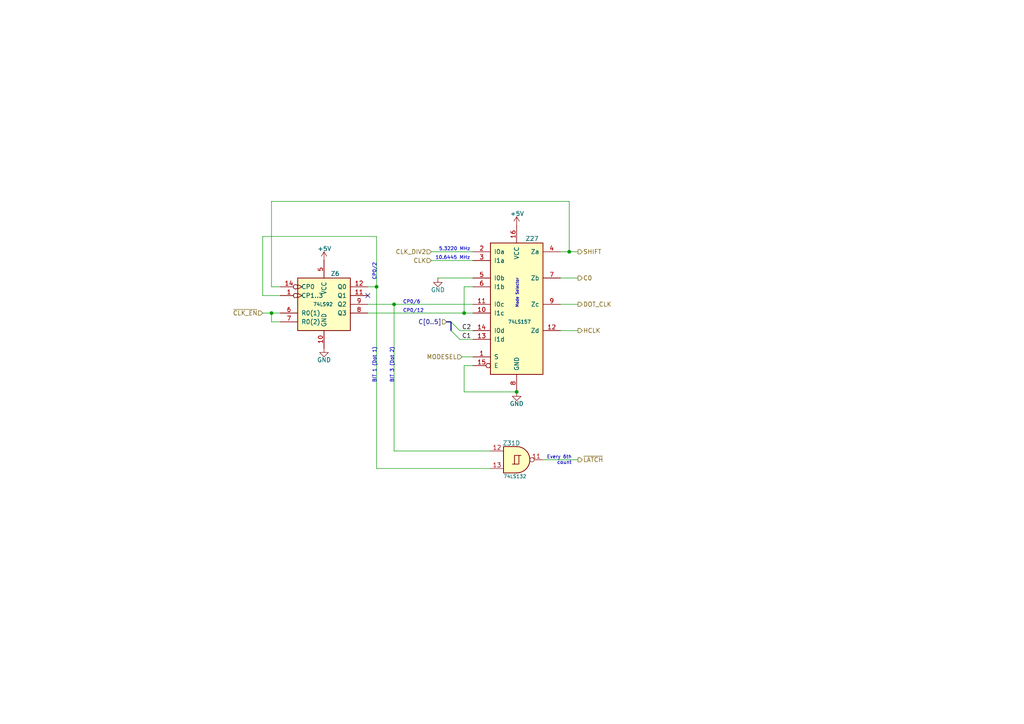
<source format=kicad_sch>
(kicad_sch (version 20250114) (generator "eeschema") (generator_version "9.0")
  (paper "A4")
  (title_block (title "TRS-80 Model I Rev HE11E011520") (date "2025-06-14") (rev "E1A") (company "RetroStack - Marcel Erz") (comment 2 "Defines dot-rate per video mode") (comment 4 "Video Mode"))
  (lib_symbols
    (symbol "74xx:74LS132" (pin_names (offset 1.016))
      (property "Reference" "U" (at 0 1.27 0))
      (property "Value" "74LS132" (at 0 -1.27 0))
      (symbol "74LS132_1_0"
        (polyline (pts (xy -1.27 -1.27) (xy 0.635 -1.27) (xy 0.635 1.27) (xy 1.27 1.27)))
        (polyline (pts (xy -1.27 -1.27) (xy 0.635 -1.27) (xy 0.635 1.27) (xy 1.27 1.27)))
        (polyline (pts (xy -0.635 -1.27) (xy -0.635 1.27) (xy 0.635 1.27)))
        (polyline (pts (xy -0.635 -1.27) (xy -0.635 1.27) (xy 0.635 1.27)))
      )
      (symbol "74LS132_1_1"
        (arc (start 0 3.81) (mid 3.7934 0) (end 0 -3.81) (stroke (width 0.254)) (fill (type background)))
        (polyline (pts (xy 0 3.81) (xy -3.81 3.81) (xy -3.81 -3.81) (xy 0 -3.81)) (stroke (width 0.254)) (fill (type background)))
        (pin input line (at -7.62 2.54 0) (length 3.81) (name "~") (number "1"))
        (pin input line (at -7.62 -2.54 0) (length 3.81) (name "~") (number "2"))
        (pin output inverted (at 7.62 0 180) (length 3.81) (name "~") (number "3"))
      )
      (symbol "74LS132_1_2"
        (arc (start -3.81 3.81) (mid -2.589 0) (end -3.81 -3.81) (stroke (width 0.254)))
        (polyline (pts (xy -3.81 3.81) (xy -0.635 3.81)) (stroke (width 0.254)) (fill (type background)))
        (polyline (pts (xy -3.81 -3.81) (xy -0.635 -3.81)) (stroke (width 0.254)) (fill (type background)))
        (arc (start 3.81 0) (mid 2.1855 -2.584) (end -0.6096 -3.81) (stroke (width 0.254)) (fill (type background)))
        (arc (start -0.6096 3.81) (mid 2.1928 2.5924) (end 3.81 0) (stroke (width 0.254)) (fill (type background)))
        (polyline (pts (xy -0.635 3.81) (xy -3.81 3.81) (xy -3.81 3.81) (xy -3.556 3.4036) (xy -3.0226 2.2606) (xy -2.6924 1.0414) (xy -2.6162 -0.254) (xy -2.7686 -1.4986) (xy -3.175 -2.7178) (xy -3.81 -3.81) (xy -3.81 -3.81) (xy -0.635 -3.81)) (stroke (width -25.4)) (fill (type background)))
        (pin input inverted (at -7.62 2.54 0) (length 4.318) (name "~") (number "1"))
        (pin input inverted (at -7.62 -2.54 0) (length 4.318) (name "~") (number "2"))
        (pin output line (at 7.62 0 180) (length 3.81) (name "~") (number "3"))
      )
      (symbol "74LS132_2_0"
        (polyline (pts (xy -1.27 -1.27) (xy 0.635 -1.27) (xy 0.635 1.27) (xy 1.27 1.27)))
        (polyline (pts (xy -1.27 -1.27) (xy 0.635 -1.27) (xy 0.635 1.27) (xy 1.27 1.27)))
        (polyline (pts (xy -0.635 -1.27) (xy -0.635 1.27) (xy 0.635 1.27)))
        (polyline (pts (xy -0.635 -1.27) (xy -0.635 1.27) (xy 0.635 1.27)))
      )
      (symbol "74LS132_2_1"
        (arc (start 0 3.81) (mid 3.7934 0) (end 0 -3.81) (stroke (width 0.254)) (fill (type background)))
        (polyline (pts (xy 0 3.81) (xy -3.81 3.81) (xy -3.81 -3.81) (xy 0 -3.81)) (stroke (width 0.254)) (fill (type background)))
        (pin input line (at -7.62 2.54 0) (length 3.81) (name "~") (number "4"))
        (pin input line (at -7.62 -2.54 0) (length 3.81) (name "~") (number "5"))
        (pin output inverted (at 7.62 0 180) (length 3.81) (name "~") (number "6"))
      )
      (symbol "74LS132_2_2"
        (arc (start -3.81 3.81) (mid -2.589 0) (end -3.81 -3.81) (stroke (width 0.254)))
        (polyline (pts (xy -3.81 3.81) (xy -0.635 3.81)) (stroke (width 0.254)) (fill (type background)))
        (polyline (pts (xy -3.81 -3.81) (xy -0.635 -3.81)) (stroke (width 0.254)) (fill (type background)))
        (arc (start 3.81 0) (mid 2.1855 -2.584) (end -0.6096 -3.81) (stroke (width 0.254)) (fill (type background)))
        (arc (start -0.6096 3.81) (mid 2.1928 2.5924) (end 3.81 0) (stroke (width 0.254)) (fill (type background)))
        (polyline (pts (xy -0.635 3.81) (xy -3.81 3.81) (xy -3.81 3.81) (xy -3.556 3.4036) (xy -3.0226 2.2606) (xy -2.6924 1.0414) (xy -2.6162 -0.254) (xy -2.7686 -1.4986) (xy -3.175 -2.7178) (xy -3.81 -3.81) (xy -3.81 -3.81) (xy -0.635 -3.81)) (stroke (width -25.4)) (fill (type background)))
        (pin input inverted (at -7.62 2.54 0) (length 4.318) (name "~") (number "4"))
        (pin input inverted (at -7.62 -2.54 0) (length 4.318) (name "~") (number "5"))
        (pin output line (at 7.62 0 180) (length 3.81) (name "~") (number "6"))
      )
      (symbol "74LS132_3_0"
        (polyline (pts (xy -1.27 -1.27) (xy 0.635 -1.27) (xy 0.635 1.27) (xy 1.27 1.27)))
        (polyline (pts (xy -1.27 -1.27) (xy 0.635 -1.27) (xy 0.635 1.27) (xy 1.27 1.27)))
        (polyline (pts (xy -0.635 -1.27) (xy -0.635 1.27) (xy 0.635 1.27)))
        (polyline (pts (xy -0.635 -1.27) (xy -0.635 1.27) (xy 0.635 1.27)))
      )
      (symbol "74LS132_3_1"
        (arc (start 0 3.81) (mid 3.7934 0) (end 0 -3.81) (stroke (width 0.254)) (fill (type background)))
        (polyline (pts (xy 0 3.81) (xy -3.81 3.81) (xy -3.81 -3.81) (xy 0 -3.81)) (stroke (width 0.254)) (fill (type background)))
        (pin input line (at -7.62 2.54 0) (length 3.81) (name "~") (number "9"))
        (pin input line (at -7.62 -2.54 0) (length 3.81) (name "~") (number "10"))
        (pin output inverted (at 7.62 0 180) (length 3.81) (name "~") (number "8"))
      )
      (symbol "74LS132_3_2"
        (arc (start -3.81 3.81) (mid -2.589 0) (end -3.81 -3.81) (stroke (width 0.254)))
        (polyline (pts (xy -3.81 3.81) (xy -0.635 3.81)) (stroke (width 0.254)) (fill (type background)))
        (polyline (pts (xy -3.81 -3.81) (xy -0.635 -3.81)) (stroke (width 0.254)) (fill (type background)))
        (arc (start 3.81 0) (mid 2.1855 -2.584) (end -0.6096 -3.81) (stroke (width 0.254)) (fill (type background)))
        (arc (start -0.6096 3.81) (mid 2.1928 2.5924) (end 3.81 0) (stroke (width 0.254)) (fill (type background)))
        (polyline (pts (xy -0.635 3.81) (xy -3.81 3.81) (xy -3.81 3.81) (xy -3.556 3.4036) (xy -3.0226 2.2606) (xy -2.6924 1.0414) (xy -2.6162 -0.254) (xy -2.7686 -1.4986) (xy -3.175 -2.7178) (xy -3.81 -3.81) (xy -3.81 -3.81) (xy -0.635 -3.81)) (stroke (width -25.4)) (fill (type background)))
        (pin input inverted (at -7.62 2.54 0) (length 4.318) (name "~") (number "9"))
        (pin input inverted (at -7.62 -2.54 0) (length 4.318) (name "~") (number "10"))
        (pin output line (at 7.62 0 180) (length 3.81) (name "~") (number "8"))
      )
      (symbol "74LS132_4_0"
        (polyline (pts (xy -1.27 -1.27) (xy 0.635 -1.27) (xy 0.635 1.27) (xy 1.27 1.27)))
        (polyline (pts (xy -1.27 -1.27) (xy 0.635 -1.27) (xy 0.635 1.27) (xy 1.27 1.27)))
        (polyline (pts (xy -0.635 -1.27) (xy -0.635 1.27) (xy 0.635 1.27)))
        (polyline (pts (xy -0.635 -1.27) (xy -0.635 1.27) (xy 0.635 1.27)))
      )
      (symbol "74LS132_4_1"
        (arc (start 0 3.81) (mid 3.7934 0) (end 0 -3.81) (stroke (width 0.254)) (fill (type background)))
        (polyline (pts (xy 0 3.81) (xy -3.81 3.81) (xy -3.81 -3.81) (xy 0 -3.81)) (stroke (width 0.254)) (fill (type background)))
        (pin input line (at -7.62 2.54 0) (length 3.81) (name "~") (number "12"))
        (pin input line (at -7.62 -2.54 0) (length 3.81) (name "~") (number "13"))
        (pin output inverted (at 7.62 0 180) (length 3.81) (name "~") (number "11"))
      )
      (symbol "74LS132_4_2"
        (arc (start -3.81 3.81) (mid -2.589 0) (end -3.81 -3.81) (stroke (width 0.254)))
        (polyline (pts (xy -3.81 3.81) (xy -0.635 3.81)) (stroke (width 0.254)) (fill (type background)))
        (polyline (pts (xy -3.81 -3.81) (xy -0.635 -3.81)) (stroke (width 0.254)) (fill (type background)))
        (arc (start 3.81 0) (mid 2.1855 -2.584) (end -0.6096 -3.81) (stroke (width 0.254)) (fill (type background)))
        (arc (start -0.6096 3.81) (mid 2.1928 2.5924) (end 3.81 0) (stroke (width 0.254)) (fill (type background)))
        (polyline (pts (xy -0.635 3.81) (xy -3.81 3.81) (xy -3.81 3.81) (xy -3.556 3.4036) (xy -3.0226 2.2606) (xy -2.6924 1.0414) (xy -2.6162 -0.254) (xy -2.7686 -1.4986) (xy -3.175 -2.7178) (xy -3.81 -3.81) (xy -3.81 -3.81) (xy -0.635 -3.81)) (stroke (width -25.4)) (fill (type background)))
        (pin input inverted (at -7.62 2.54 0) (length 4.318) (name "~") (number "12"))
        (pin input inverted (at -7.62 -2.54 0) (length 4.318) (name "~") (number "13"))
        (pin output line (at 7.62 0 180) (length 3.81) (name "~") (number "11"))
      )
      (symbol "74LS132_5_0"
        (pin power_in line (at 0 12.7 270) (length 5.08) (name "VCC") (number "14"))
        (pin power_in line (at 0 -12.7 90) (length 5.08) (name "GND") (number "7"))
      )
      (symbol "74LS132_5_1"
        (rectangle (start -5.08 7.62) (end 5.08 -7.62) (stroke (width 0.254)) (fill (type background)))
      )
    )
    (symbol "74xx:74LS157" (pin_names (offset 1.016))
      (property "Reference" "U" (at -7.62 19.05 0))
      (property "Value" "74LS157" (at -7.62 -21.59 0))
      (symbol "74LS157_1_0"
        (pin input line (at -12.7 15.24 0) (length 5.08) (name "I0a") (number "2"))
        (pin input line (at -12.7 12.7 0) (length 5.08) (name "I1a") (number "3"))
        (pin input line (at -12.7 7.62 0) (length 5.08) (name "I0b") (number "5"))
        (pin input line (at -12.7 5.08 0) (length 5.08) (name "I1b") (number "6"))
        (pin input line (at -12.7 0 0) (length 5.08) (name "I0c") (number "11"))
        (pin input line (at -12.7 -2.54 0) (length 5.08) (name "I1c") (number "10"))
        (pin input line (at -12.7 -7.62 0) (length 5.08) (name "I0d") (number "14"))
        (pin input line (at -12.7 -10.16 0) (length 5.08) (name "I1d") (number "13"))
        (pin input line (at -12.7 -15.24 0) (length 5.08) (name "S") (number "1"))
        (pin input inverted (at -12.7 -17.78 0) (length 5.08) (name "E") (number "15"))
        (pin power_in line (at 0 22.86 270) (length 5.08) (name "VCC") (number "16"))
        (pin power_in line (at 0 -25.4 90) (length 5.08) (name "GND") (number "8"))
        (pin output line (at 12.7 15.24 180) (length 5.08) (name "Za") (number "4"))
        (pin output line (at 12.7 7.62 180) (length 5.08) (name "Zb") (number "7"))
        (pin output line (at 12.7 0 180) (length 5.08) (name "Zc") (number "9"))
        (pin output line (at 12.7 -7.62 180) (length 5.08) (name "Zd") (number "12"))
      )
      (symbol "74LS157_1_1"
        (rectangle (start -7.62 17.78) (end 7.62 -20.32) (stroke (width 0.254)) (fill (type background)))
      )
    )
    (symbol "74xx:74LS92" (pin_names (offset 1.016))
      (property "Reference" "U" (at -7.62 8.89 0))
      (property "Value" "74LS92" (at -7.62 -8.89 0))
      (symbol "74LS92_1_0"
        (pin input inverted_clock (at -12.7 5.08 0) (length 5.08) (name "CP0") (number "14"))
        (pin input inverted_clock (at -12.7 2.54 0) (length 5.08) (name "CP1..3") (number "1"))
        (pin input line (at -12.7 -2.54 0) (length 5.08) (name "R0(1)") (number "6"))
        (pin input line (at -12.7 -5.08 0) (length 5.08) (name "R0(2)") (number "7"))
        (pin power_in line (at 0 12.7 270) (length 5.08) (name "VCC") (number "5"))
        (pin power_in line (at 0 -12.7 90) (length 5.08) (name "GND") (number "10"))
        (pin output line (at 12.7 5.08 180) (length 5.08) (name "Q0") (number "12"))
        (pin output line (at 12.7 2.54 180) (length 5.08) (name "Q1") (number "11"))
        (pin output line (at 12.7 0 180) (length 5.08) (name "Q2") (number "9"))
        (pin output line (at 12.7 -2.54 180) (length 5.08) (name "Q3") (number "8"))
      )
      (symbol "74LS92_1_1"
        (rectangle (start -7.62 7.62) (end 7.62 -7.62) (stroke (width 0.254)) (fill (type background)))
      )
    )
    (symbol "power:+5V" (power) (pin_numbers (hide yes)) (pin_names (offset 0) (hide yes))
      (property "Value" "+5V" (at 0 3.556 0))
      (symbol "+5V_0_1"
        (polyline (pts (xy -0.762 1.27) (xy 0 2.54)))
        (polyline (pts (xy 0 2.54) (xy 0.762 1.27)))
        (polyline (pts (xy 0 0) (xy 0 2.54)))
      )
      (symbol "+5V_1_1"
        (pin power_in line (at 0 0 90) (length 0) (name "~") (number "1"))
      )
    )
    (symbol "power:GND" (power) (pin_numbers (hide yes)) (pin_names (offset 0) (hide yes))
      (property "Value" "GND" (at 0 -3.81 0))
      (symbol "GND_0_1"
        (polyline (pts (xy 0 0) (xy 0 -1.27) (xy 1.27 -1.27) (xy 0 -2.54) (xy -1.27 -1.27) (xy 0 -1.27)))
      )
      (symbol "GND_1_1"
        (pin power_in line (at 0 0 270) (length 0) (name "~") (number "1"))
      )
    )
  )
  (text "CP0/6" (at 116.84 88.265 0) (effects (font (size 1 1)) (justify left bottom)))
  (text "BIT 1 (Dot 1)" (at 109.22 111.125 90) (effects (font (size 1 1)) (justify left bottom)))
  (text "CP0/2" (at 109.22 76.2 90) (effects (font (size 1 1)) (justify right bottom)))
  (text "BIT 3 (Dot 2)" (at 114.3 111.125 90) (effects (font (size 1 1)) (justify left bottom)))
  (text "CP0/12" (at 116.84 90.805 0) (effects (font (size 1 1)) (justify left bottom)))
  (text "10.6445 MHz" (at 126.238 75.438 0) (effects (font (size 1 1)) (justify left bottom)))
  (text "Every 6th\ncount" (at 165.862 134.874 0) (effects (font (size 1 1)) (justify right bottom)))
  (text "Mode Selector" (at 150.495 80.645 90) (effects (font (size 0.8 0.8)) (justify right bottom)))
  (text "5.3220 MHz" (at 127.254 72.898 0) (effects (font (size 1 1)) (justify left bottom)))
  (junction (at 149.86 113.665))
  (junction (at 134.62 90.805))
  (junction (at 78.74 90.805))
  (junction (at 114.3 88.265))
  (junction (at 109.22 83.185))
  (junction (at 165.1 73.025))
  (no_connect (at 106.68 85.725))
  (bus_entry (at 130.81 95.885) (size 2.54 2.54))
  (bus_entry (at 130.81 93.345) (size 2.54 2.54))
  (wire (pts (xy 114.3 88.265) (xy 114.3 130.81)))
  (wire (pts (xy 162.56 80.645) (xy 167.64 80.645)))
  (wire (pts (xy 76.2 85.725) (xy 81.28 85.725)))
  (wire (pts (xy 78.74 83.185) (xy 81.28 83.185)))
  (wire (pts (xy 162.56 88.265) (xy 167.64 88.265)))
  (bus (pts (xy 129.54 93.345) (xy 130.81 93.345)))
  (wire (pts (xy 114.3 130.81) (xy 142.24 130.81)))
  (wire (pts (xy 165.1 58.42) (xy 78.74 58.42)))
  (wire (pts (xy 125.095 75.565) (xy 137.16 75.565)))
  (wire (pts (xy 133.985 103.505) (xy 137.16 103.505)))
  (wire (pts (xy 109.22 68.58) (xy 76.2 68.58)))
  (wire (pts (xy 106.68 90.805) (xy 134.62 90.805)))
  (wire (pts (xy 76.2 68.58) (xy 76.2 85.725)))
  (wire (pts (xy 78.74 58.42) (xy 78.74 83.185)))
  (wire (pts (xy 76.2 90.805) (xy 78.74 90.805)))
  (wire (pts (xy 133.35 98.425) (xy 137.16 98.425)))
  (wire (pts (xy 167.64 133.35) (xy 157.48 133.35)))
  (wire (pts (xy 165.1 73.025) (xy 165.1 58.42)))
  (wire (pts (xy 78.74 90.805) (xy 78.74 93.345)))
  (wire (pts (xy 165.1 73.025) (xy 167.64 73.025)))
  (wire (pts (xy 109.22 83.185) (xy 109.22 135.89)))
  (wire (pts (xy 78.74 93.345) (xy 81.28 93.345)))
  (wire (pts (xy 106.68 88.265) (xy 114.3 88.265)))
  (wire (pts (xy 134.62 90.805) (xy 137.16 90.805)))
  (wire (pts (xy 134.62 90.805) (xy 134.62 83.185)))
  (wire (pts (xy 109.22 135.89) (xy 142.24 135.89)))
  (wire (pts (xy 134.62 106.045) (xy 137.16 106.045)))
  (wire (pts (xy 106.68 83.185) (xy 109.22 83.185)))
  (wire (pts (xy 134.62 113.665) (xy 149.86 113.665)))
  (wire (pts (xy 162.56 73.025) (xy 165.1 73.025)))
  (wire (pts (xy 134.62 106.045) (xy 134.62 113.665)))
  (wire (pts (xy 125.095 73.025) (xy 137.16 73.025)))
  (wire (pts (xy 114.3 88.265) (xy 137.16 88.265)))
  (wire (pts (xy 162.56 95.885) (xy 167.64 95.885)))
  (bus (pts (xy 130.81 93.345) (xy 130.81 95.885)))
  (wire (pts (xy 133.35 95.885) (xy 137.16 95.885)))
  (wire (pts (xy 134.62 83.185) (xy 137.16 83.185)))
  (wire (pts (xy 78.74 90.805) (xy 81.28 90.805)))
  (wire (pts (xy 109.22 68.58) (xy 109.22 83.185)))
  (wire (pts (xy 137.16 80.645) (xy 127 80.645)))
  (label "C1" (at 133.985 98.425 0))
  (label "C2" (at 133.985 95.885 0))
  (hierarchical_label "C[0..5]" (shape input) (at 129.54 93.345 180))
  (hierarchical_label "CLK_DIV2" (shape input) (at 125.095 73.025 180))
  (hierarchical_label "~{CLK_EN}" (shape input) (at 76.2 90.805 180))
  (hierarchical_label "~{LATCH}" (shape output) (at 167.64 133.35 0))
  (hierarchical_label "CLK" (shape input) (at 125.095 75.565 180))
  (hierarchical_label "SHIFT" (shape output) (at 167.64 73.025 0))
  (hierarchical_label "MODESEL" (shape input) (at 133.985 103.505 180))
  (hierarchical_label "DOT_CLK" (shape output) (at 167.64 88.265 0))
  (hierarchical_label "C0" (shape output) (at 167.64 80.645 0))
  (hierarchical_label "HCLK" (shape output) (at 167.64 95.885 0))
  (symbol (lib_id "power:GND") (at 127 80.645 0) (unit 1)
    (property "Reference" "#PWR093" (effects (hide yes)))
    (property "Value" "GND" (at 127 84.074 0))
    (property "Description" "Power symbol creates a global label with name \"GND\" , ground" (effects (hide yes)))
  )
  (symbol (lib_id "power:GND") (at 93.98 100.965 0) (unit 1)
    (property "Reference" "#PWR070" (effects (hide yes)))
    (property "Value" "GND" (at 93.98 104.394 0))
    (property "Description" "Power symbol creates a global label with name \"GND\" , ground" (effects (hide yes)))
  )
  (symbol (lib_id "power:GND") (at 149.86 113.665 0) (unit 1)
    (property "Reference" "#PWR096" (effects (hide yes)))
    (property "Value" "GND" (at 149.86 117.094 0))
    (property "Description" "Power symbol creates a global label with name \"GND\" , ground" (effects (hide yes)))
  )
  (symbol (lib_id "74xx:74LS132") (at 149.86 133.35 0) (unit 4)
    (property "Reference" "Z31" (at 148.336 128.524 0))
    (property "Value" "74LS132" (at 149.352 138.176 0) (effects (font (size 1 1))))
    (property "Footprint" "Library:TRS80_Model_I_DIP14_Jap" (effects (hide yes)))
    (property "Datasheet" "http://www.ti.com/lit/gpn/sn74LS132" (effects (hide yes)))
  )
  (symbol (lib_id "74xx:74LS92") (at 93.98 88.265 0) (unit 1)
    (property "Reference" "Z6" (at 95.885 79.375 0) (effects (justify left)))
    (property "Value" "74LS92" (at 90.805 88.265 0) (effects (font (size 1 1)) (justify left)))
    (property "Footprint" "Library:TRS80_Model_I_DIP14_Jap" (effects (hide yes)))
    (property "Datasheet" "http://www.ti.com/lit/gpn/sn74LS92" (effects (hide yes)))
  )
  (symbol (lib_id "power:+5V") (at 149.86 65.405 0) (unit 1)
    (property "Reference" "#PWR095" (effects (hide yes)))
    (property "Value" "+5V" (at 149.987 61.976 0))
    (property "Description" "Power symbol creates a global label with name \"+5V\"" (effects (hide yes)))
  )
  (symbol (lib_id "power:+5V") (at 93.98 75.565 0) (unit 1)
    (property "Reference" "#PWR069" (effects (hide yes)))
    (property "Value" "+5V" (at 94.107 72.136 0))
    (property "Description" "Power symbol creates a global label with name \"+5V\"" (effects (hide yes)))
  )
  (symbol (lib_id "74xx:74LS157") (at 149.86 88.265 0) (unit 1)
    (property "Reference" "Z27" (at 152.4 69.215 0) (effects (justify left)))
    (property "Value" "74LS157" (at 147.32 93.345 0) (effects (font (size 1 1)) (justify left)))
    (property "Footprint" "Library:TRS80_Model_I_DIP16_Jap" (effects (hide yes)))
    (property "Datasheet" "http://www.ti.com/lit/gpn/sn74LS157" (effects (hide yes)))
  )
)
</source>
